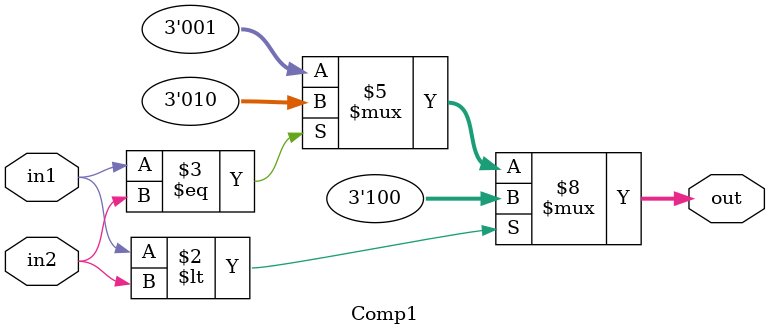
<source format=v>
module testbed;
    reg in1, in2 ;
    wire [2:0] out ;

    Comp1 c1(out, in1, in2);
    initial begin
        $monitor($time, " in1 = %b, in2 = %b, out = %b", in1, in2, out);
        in1 = 0 ; in2 = 1 ; #10
        in1 = 1 ; in2 = 0 ; #10
        in1 = 1 ; in2 = 1 ; #10
        in1 = 0 ; in2 = 0 ; #10
        $finish;
    end
endmodule

module Comp1(out, in1, in2);
    input in1, in2;
    output reg [2:0] out;

    always @(*)
    begin
        if(in1 < in2)
            out <= 3'b100;
        else begin
        if (in1 == in2)
            out <= 3'b010;
        else
            out <= 3'b001;
        end
    end
endmodule
</source>
